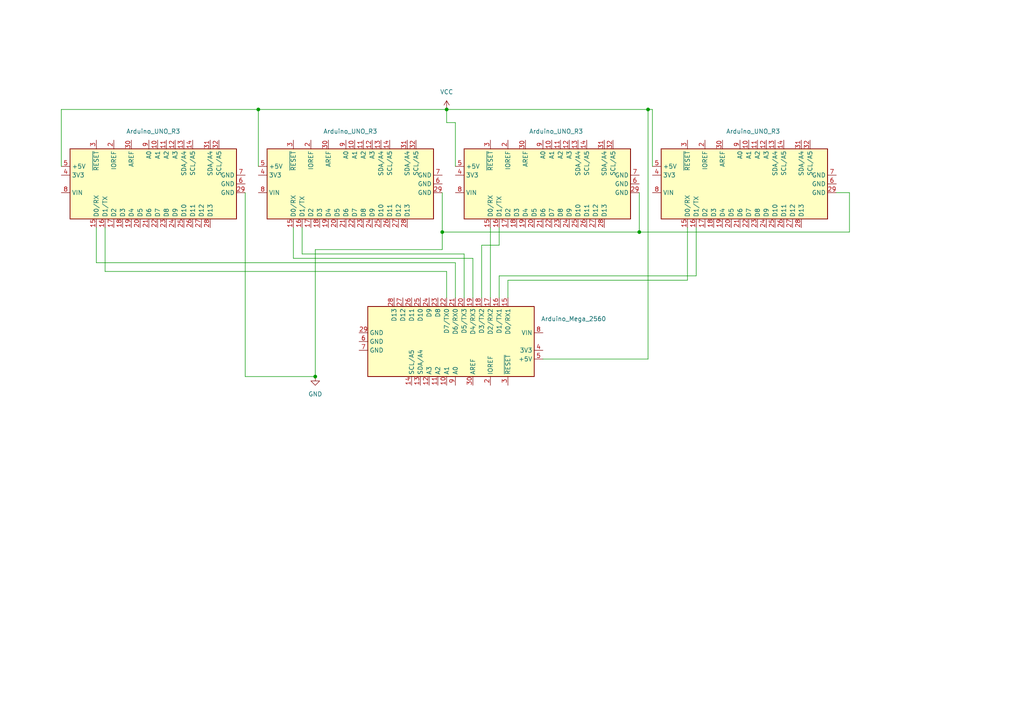
<source format=kicad_sch>
(kicad_sch (version 20211123) (generator eeschema)

  (uuid b5dbcdeb-14b3-4137-a7ad-eb1e23beb0ef)

  (paper "A4")

  (lib_symbols
    (symbol "MCU_Module:Arduino_Mega_2560" (in_bom yes) (on_board yes)
      (property "Reference" "A" (id 0) (at -10.16 23.495 0)
        (effects (font (size 1.27 1.27)) (justify left bottom))
      )
      (property "Value" "Arduino_Mega_2560" (id 1) (at 5.08 -26.67 0)
        (effects (font (size 1.27 1.27)) (justify left top))
      )
      (property "Footprint" "Module:Arduino_UNO_R2" (id 2) (at -43.18 10.16 0)
        (effects (font (size 1.27 1.27) italic) hide)
      )
      (property "Datasheet" "https://www.arduino.cc/en/Main/arduinoBoardUno" (id 3) (at -49.53 21.59 0)
        (effects (font (size 1.27 1.27)) hide)
      )
      (property "ki_keywords" "Arduino UNO R3 Microcontroller Module Atmel AVR USB" (id 4) (at 0 0 0)
        (effects (font (size 1.27 1.27)) hide)
      )
      (property "ki_description" "Arduino UNO Microcontroller Module, release 2" (id 5) (at 0 0 0)
        (effects (font (size 1.27 1.27)) hide)
      )
      (property "ki_fp_filters" "Arduino*UNO*R2*" (id 6) (at 0 0 0)
        (effects (font (size 1.27 1.27)) hide)
      )
      (symbol "Arduino_Mega_2560_0_1"
        (rectangle (start -10.16 22.86) (end 10.16 -25.4)
          (stroke (width 0.254) (type default) (color 0 0 0 0))
          (fill (type background))
        )
      )
      (symbol "Arduino_Mega_2560_1_1"
        (pin no_connect line (at -10.16 -20.32 0) (length 2.54) hide
          (name "NC" (effects (font (size 1.27 1.27))))
          (number "1" (effects (font (size 1.27 1.27))))
        )
        (pin bidirectional line (at 12.7 -2.54 180) (length 2.54)
          (name "A1" (effects (font (size 1.27 1.27))))
          (number "10" (effects (font (size 1.27 1.27))))
        )
        (pin bidirectional line (at 12.7 -5.08 180) (length 2.54)
          (name "A2" (effects (font (size 1.27 1.27))))
          (number "11" (effects (font (size 1.27 1.27))))
        )
        (pin bidirectional line (at 12.7 -7.62 180) (length 2.54)
          (name "A3" (effects (font (size 1.27 1.27))))
          (number "12" (effects (font (size 1.27 1.27))))
        )
        (pin bidirectional line (at 12.7 -10.16 180) (length 2.54)
          (name "SDA/A4" (effects (font (size 1.27 1.27))))
          (number "13" (effects (font (size 1.27 1.27))))
        )
        (pin bidirectional line (at 12.7 -12.7 180) (length 2.54)
          (name "SCL/A5" (effects (font (size 1.27 1.27))))
          (number "14" (effects (font (size 1.27 1.27))))
        )
        (pin bidirectional line (at -12.7 15.24 0) (length 2.54)
          (name "D0/RX1" (effects (font (size 1.27 1.27))))
          (number "15" (effects (font (size 1.27 1.27))))
        )
        (pin bidirectional line (at -12.7 12.7 0) (length 2.54)
          (name "D1/TX1" (effects (font (size 1.27 1.27))))
          (number "16" (effects (font (size 1.27 1.27))))
        )
        (pin bidirectional line (at -12.7 10.16 0) (length 2.54)
          (name "D2/RX2" (effects (font (size 1.27 1.27))))
          (number "17" (effects (font (size 1.27 1.27))))
        )
        (pin bidirectional line (at -12.7 7.62 0) (length 2.54)
          (name "D3/TX2" (effects (font (size 1.27 1.27))))
          (number "18" (effects (font (size 1.27 1.27))))
        )
        (pin bidirectional line (at -12.7 5.08 0) (length 2.54)
          (name "D4/RX3" (effects (font (size 1.27 1.27))))
          (number "19" (effects (font (size 1.27 1.27))))
        )
        (pin output line (at 12.7 10.16 180) (length 2.54)
          (name "IOREF" (effects (font (size 1.27 1.27))))
          (number "2" (effects (font (size 1.27 1.27))))
        )
        (pin bidirectional line (at -12.7 2.54 0) (length 2.54)
          (name "D5/TX3" (effects (font (size 1.27 1.27))))
          (number "20" (effects (font (size 1.27 1.27))))
        )
        (pin bidirectional line (at -12.7 0 0) (length 2.54)
          (name "D6/RX0" (effects (font (size 1.27 1.27))))
          (number "21" (effects (font (size 1.27 1.27))))
        )
        (pin bidirectional line (at -12.7 -2.54 0) (length 2.54)
          (name "D7/TX0" (effects (font (size 1.27 1.27))))
          (number "22" (effects (font (size 1.27 1.27))))
        )
        (pin bidirectional line (at -12.7 -5.08 0) (length 2.54)
          (name "D8" (effects (font (size 1.27 1.27))))
          (number "23" (effects (font (size 1.27 1.27))))
        )
        (pin bidirectional line (at -12.7 -7.62 0) (length 2.54)
          (name "D9" (effects (font (size 1.27 1.27))))
          (number "24" (effects (font (size 1.27 1.27))))
        )
        (pin bidirectional line (at -12.7 -10.16 0) (length 2.54)
          (name "D10" (effects (font (size 1.27 1.27))))
          (number "25" (effects (font (size 1.27 1.27))))
        )
        (pin bidirectional line (at -12.7 -12.7 0) (length 2.54)
          (name "D11" (effects (font (size 1.27 1.27))))
          (number "26" (effects (font (size 1.27 1.27))))
        )
        (pin bidirectional line (at -12.7 -15.24 0) (length 2.54)
          (name "D12" (effects (font (size 1.27 1.27))))
          (number "27" (effects (font (size 1.27 1.27))))
        )
        (pin bidirectional line (at -12.7 -17.78 0) (length 2.54)
          (name "D13" (effects (font (size 1.27 1.27))))
          (number "28" (effects (font (size 1.27 1.27))))
        )
        (pin power_in line (at -2.54 -27.94 90) (length 2.54)
          (name "GND" (effects (font (size 1.27 1.27))))
          (number "29" (effects (font (size 1.27 1.27))))
        )
        (pin input line (at 12.7 15.24 180) (length 2.54)
          (name "~{RESET}" (effects (font (size 1.27 1.27))))
          (number "3" (effects (font (size 1.27 1.27))))
        )
        (pin input line (at 12.7 5.08 180) (length 2.54)
          (name "AREF" (effects (font (size 1.27 1.27))))
          (number "30" (effects (font (size 1.27 1.27))))
        )
        (pin power_out line (at 2.54 25.4 270) (length 2.54)
          (name "3V3" (effects (font (size 1.27 1.27))))
          (number "4" (effects (font (size 1.27 1.27))))
        )
        (pin power_out line (at 5.08 25.4 270) (length 2.54)
          (name "+5V" (effects (font (size 1.27 1.27))))
          (number "5" (effects (font (size 1.27 1.27))))
        )
        (pin power_in line (at 0 -27.94 90) (length 2.54)
          (name "GND" (effects (font (size 1.27 1.27))))
          (number "6" (effects (font (size 1.27 1.27))))
        )
        (pin power_in line (at 2.54 -27.94 90) (length 2.54)
          (name "GND" (effects (font (size 1.27 1.27))))
          (number "7" (effects (font (size 1.27 1.27))))
        )
        (pin power_in line (at -2.54 25.4 270) (length 2.54)
          (name "VIN" (effects (font (size 1.27 1.27))))
          (number "8" (effects (font (size 1.27 1.27))))
        )
        (pin bidirectional line (at 12.7 0 180) (length 2.54)
          (name "A0" (effects (font (size 1.27 1.27))))
          (number "9" (effects (font (size 1.27 1.27))))
        )
      )
    )
    (symbol "MCU_Module:Arduino_UNO_R3" (in_bom yes) (on_board yes)
      (property "Reference" "A" (id 0) (at -10.16 23.495 0)
        (effects (font (size 1.27 1.27)) (justify left bottom))
      )
      (property "Value" "Arduino_UNO_R3" (id 1) (at 5.08 -26.67 0)
        (effects (font (size 1.27 1.27)) (justify left top))
      )
      (property "Footprint" "Module:Arduino_UNO_R3" (id 2) (at 0 0 0)
        (effects (font (size 1.27 1.27) italic) hide)
      )
      (property "Datasheet" "https://www.arduino.cc/en/Main/arduinoBoardUno" (id 3) (at 0 0 0)
        (effects (font (size 1.27 1.27)) hide)
      )
      (property "ki_keywords" "Arduino UNO R3 Microcontroller Module Atmel AVR USB" (id 4) (at 0 0 0)
        (effects (font (size 1.27 1.27)) hide)
      )
      (property "ki_description" "Arduino UNO Microcontroller Module, release 3" (id 5) (at 0 0 0)
        (effects (font (size 1.27 1.27)) hide)
      )
      (property "ki_fp_filters" "Arduino*UNO*R3*" (id 6) (at 0 0 0)
        (effects (font (size 1.27 1.27)) hide)
      )
      (symbol "Arduino_UNO_R3_0_1"
        (rectangle (start -10.16 22.86) (end 10.16 -25.4)
          (stroke (width 0.254) (type default) (color 0 0 0 0))
          (fill (type background))
        )
      )
      (symbol "Arduino_UNO_R3_1_1"
        (pin no_connect line (at -10.16 -20.32 0) (length 2.54) hide
          (name "NC" (effects (font (size 1.27 1.27))))
          (number "1" (effects (font (size 1.27 1.27))))
        )
        (pin bidirectional line (at 12.7 -2.54 180) (length 2.54)
          (name "A1" (effects (font (size 1.27 1.27))))
          (number "10" (effects (font (size 1.27 1.27))))
        )
        (pin bidirectional line (at 12.7 -5.08 180) (length 2.54)
          (name "A2" (effects (font (size 1.27 1.27))))
          (number "11" (effects (font (size 1.27 1.27))))
        )
        (pin bidirectional line (at 12.7 -7.62 180) (length 2.54)
          (name "A3" (effects (font (size 1.27 1.27))))
          (number "12" (effects (font (size 1.27 1.27))))
        )
        (pin bidirectional line (at 12.7 -10.16 180) (length 2.54)
          (name "SDA/A4" (effects (font (size 1.27 1.27))))
          (number "13" (effects (font (size 1.27 1.27))))
        )
        (pin bidirectional line (at 12.7 -12.7 180) (length 2.54)
          (name "SCL/A5" (effects (font (size 1.27 1.27))))
          (number "14" (effects (font (size 1.27 1.27))))
        )
        (pin bidirectional line (at -12.7 15.24 0) (length 2.54)
          (name "D0/RX" (effects (font (size 1.27 1.27))))
          (number "15" (effects (font (size 1.27 1.27))))
        )
        (pin bidirectional line (at -12.7 12.7 0) (length 2.54)
          (name "D1/TX" (effects (font (size 1.27 1.27))))
          (number "16" (effects (font (size 1.27 1.27))))
        )
        (pin bidirectional line (at -12.7 10.16 0) (length 2.54)
          (name "D2" (effects (font (size 1.27 1.27))))
          (number "17" (effects (font (size 1.27 1.27))))
        )
        (pin bidirectional line (at -12.7 7.62 0) (length 2.54)
          (name "D3" (effects (font (size 1.27 1.27))))
          (number "18" (effects (font (size 1.27 1.27))))
        )
        (pin bidirectional line (at -12.7 5.08 0) (length 2.54)
          (name "D4" (effects (font (size 1.27 1.27))))
          (number "19" (effects (font (size 1.27 1.27))))
        )
        (pin output line (at 12.7 10.16 180) (length 2.54)
          (name "IOREF" (effects (font (size 1.27 1.27))))
          (number "2" (effects (font (size 1.27 1.27))))
        )
        (pin bidirectional line (at -12.7 2.54 0) (length 2.54)
          (name "D5" (effects (font (size 1.27 1.27))))
          (number "20" (effects (font (size 1.27 1.27))))
        )
        (pin bidirectional line (at -12.7 0 0) (length 2.54)
          (name "D6" (effects (font (size 1.27 1.27))))
          (number "21" (effects (font (size 1.27 1.27))))
        )
        (pin bidirectional line (at -12.7 -2.54 0) (length 2.54)
          (name "D7" (effects (font (size 1.27 1.27))))
          (number "22" (effects (font (size 1.27 1.27))))
        )
        (pin bidirectional line (at -12.7 -5.08 0) (length 2.54)
          (name "D8" (effects (font (size 1.27 1.27))))
          (number "23" (effects (font (size 1.27 1.27))))
        )
        (pin bidirectional line (at -12.7 -7.62 0) (length 2.54)
          (name "D9" (effects (font (size 1.27 1.27))))
          (number "24" (effects (font (size 1.27 1.27))))
        )
        (pin bidirectional line (at -12.7 -10.16 0) (length 2.54)
          (name "D10" (effects (font (size 1.27 1.27))))
          (number "25" (effects (font (size 1.27 1.27))))
        )
        (pin bidirectional line (at -12.7 -12.7 0) (length 2.54)
          (name "D11" (effects (font (size 1.27 1.27))))
          (number "26" (effects (font (size 1.27 1.27))))
        )
        (pin bidirectional line (at -12.7 -15.24 0) (length 2.54)
          (name "D12" (effects (font (size 1.27 1.27))))
          (number "27" (effects (font (size 1.27 1.27))))
        )
        (pin bidirectional line (at -12.7 -17.78 0) (length 2.54)
          (name "D13" (effects (font (size 1.27 1.27))))
          (number "28" (effects (font (size 1.27 1.27))))
        )
        (pin power_in line (at -2.54 -27.94 90) (length 2.54)
          (name "GND" (effects (font (size 1.27 1.27))))
          (number "29" (effects (font (size 1.27 1.27))))
        )
        (pin input line (at 12.7 15.24 180) (length 2.54)
          (name "~{RESET}" (effects (font (size 1.27 1.27))))
          (number "3" (effects (font (size 1.27 1.27))))
        )
        (pin input line (at 12.7 5.08 180) (length 2.54)
          (name "AREF" (effects (font (size 1.27 1.27))))
          (number "30" (effects (font (size 1.27 1.27))))
        )
        (pin bidirectional line (at 12.7 -17.78 180) (length 2.54)
          (name "SDA/A4" (effects (font (size 1.27 1.27))))
          (number "31" (effects (font (size 1.27 1.27))))
        )
        (pin bidirectional line (at 12.7 -20.32 180) (length 2.54)
          (name "SCL/A5" (effects (font (size 1.27 1.27))))
          (number "32" (effects (font (size 1.27 1.27))))
        )
        (pin power_out line (at 2.54 25.4 270) (length 2.54)
          (name "3V3" (effects (font (size 1.27 1.27))))
          (number "4" (effects (font (size 1.27 1.27))))
        )
        (pin power_out line (at 5.08 25.4 270) (length 2.54)
          (name "+5V" (effects (font (size 1.27 1.27))))
          (number "5" (effects (font (size 1.27 1.27))))
        )
        (pin power_in line (at 0 -27.94 90) (length 2.54)
          (name "GND" (effects (font (size 1.27 1.27))))
          (number "6" (effects (font (size 1.27 1.27))))
        )
        (pin power_in line (at 2.54 -27.94 90) (length 2.54)
          (name "GND" (effects (font (size 1.27 1.27))))
          (number "7" (effects (font (size 1.27 1.27))))
        )
        (pin power_in line (at -2.54 25.4 270) (length 2.54)
          (name "VIN" (effects (font (size 1.27 1.27))))
          (number "8" (effects (font (size 1.27 1.27))))
        )
        (pin bidirectional line (at 12.7 0 180) (length 2.54)
          (name "A0" (effects (font (size 1.27 1.27))))
          (number "9" (effects (font (size 1.27 1.27))))
        )
      )
    )
    (symbol "power:GND" (power) (pin_names (offset 0)) (in_bom yes) (on_board yes)
      (property "Reference" "#PWR" (id 0) (at 0 -6.35 0)
        (effects (font (size 1.27 1.27)) hide)
      )
      (property "Value" "GND" (id 1) (at 0 -3.81 0)
        (effects (font (size 1.27 1.27)))
      )
      (property "Footprint" "" (id 2) (at 0 0 0)
        (effects (font (size 1.27 1.27)) hide)
      )
      (property "Datasheet" "" (id 3) (at 0 0 0)
        (effects (font (size 1.27 1.27)) hide)
      )
      (property "ki_keywords" "power-flag" (id 4) (at 0 0 0)
        (effects (font (size 1.27 1.27)) hide)
      )
      (property "ki_description" "Power symbol creates a global label with name \"GND\" , ground" (id 5) (at 0 0 0)
        (effects (font (size 1.27 1.27)) hide)
      )
      (symbol "GND_0_1"
        (polyline
          (pts
            (xy 0 0)
            (xy 0 -1.27)
            (xy 1.27 -1.27)
            (xy 0 -2.54)
            (xy -1.27 -1.27)
            (xy 0 -1.27)
          )
          (stroke (width 0) (type default) (color 0 0 0 0))
          (fill (type none))
        )
      )
      (symbol "GND_1_1"
        (pin power_in line (at 0 0 270) (length 0) hide
          (name "GND" (effects (font (size 1.27 1.27))))
          (number "1" (effects (font (size 1.27 1.27))))
        )
      )
    )
    (symbol "power:VCC" (power) (pin_names (offset 0)) (in_bom yes) (on_board yes)
      (property "Reference" "#PWR" (id 0) (at 0 -3.81 0)
        (effects (font (size 1.27 1.27)) hide)
      )
      (property "Value" "VCC" (id 1) (at 0 3.81 0)
        (effects (font (size 1.27 1.27)))
      )
      (property "Footprint" "" (id 2) (at 0 0 0)
        (effects (font (size 1.27 1.27)) hide)
      )
      (property "Datasheet" "" (id 3) (at 0 0 0)
        (effects (font (size 1.27 1.27)) hide)
      )
      (property "ki_keywords" "power-flag" (id 4) (at 0 0 0)
        (effects (font (size 1.27 1.27)) hide)
      )
      (property "ki_description" "Power symbol creates a global label with name \"VCC\"" (id 5) (at 0 0 0)
        (effects (font (size 1.27 1.27)) hide)
      )
      (symbol "VCC_0_1"
        (polyline
          (pts
            (xy -0.762 1.27)
            (xy 0 2.54)
          )
          (stroke (width 0) (type default) (color 0 0 0 0))
          (fill (type none))
        )
        (polyline
          (pts
            (xy 0 0)
            (xy 0 2.54)
          )
          (stroke (width 0) (type default) (color 0 0 0 0))
          (fill (type none))
        )
        (polyline
          (pts
            (xy 0 2.54)
            (xy 0.762 1.27)
          )
          (stroke (width 0) (type default) (color 0 0 0 0))
          (fill (type none))
        )
      )
      (symbol "VCC_1_1"
        (pin power_in line (at 0 0 90) (length 0) hide
          (name "VCC" (effects (font (size 1.27 1.27))))
          (number "1" (effects (font (size 1.27 1.27))))
        )
      )
    )
  )

  (junction (at 185.42 67.31) (diameter 0) (color 0 0 0 0)
    (uuid 5c198fda-bd3a-4225-8f9e-b30eed1a9276)
  )
  (junction (at 129.54 31.75) (diameter 0) (color 0 0 0 0)
    (uuid 744e078c-5884-41a6-9b3c-c125b276e222)
  )
  (junction (at 187.96 31.75) (diameter 0) (color 0 0 0 0)
    (uuid 92b01a2b-c5ef-44a4-be7a-2cb8b4e24bcc)
  )
  (junction (at 74.93 31.75) (diameter 0) (color 0 0 0 0)
    (uuid aceab6f1-136c-4ecd-b345-0d93c3cd1d30)
  )
  (junction (at 91.44 109.22) (diameter 0) (color 0 0 0 0)
    (uuid bd9ed11e-c745-4a12-b90d-8a054c7fe202)
  )
  (junction (at 128.27 67.31) (diameter 0) (color 0 0 0 0)
    (uuid f877585c-4c2e-4a79-82dd-ea7872844087)
  )

  (wire (pts (xy 144.78 66.04) (xy 144.78 71.12))
    (stroke (width 0) (type default) (color 0 0 0 0))
    (uuid 02278520-ee03-4ef3-9715-780145cbcf52)
  )
  (wire (pts (xy 91.44 72.39) (xy 91.44 109.22))
    (stroke (width 0) (type default) (color 0 0 0 0))
    (uuid 0bce7fc6-a015-4873-a44e-07e7e9e49513)
  )
  (wire (pts (xy 71.12 55.88) (xy 71.12 109.22))
    (stroke (width 0) (type default) (color 0 0 0 0))
    (uuid 10d4fb2d-26af-40ea-a0e9-bcccfd573770)
  )
  (wire (pts (xy 71.12 109.22) (xy 91.44 109.22))
    (stroke (width 0) (type default) (color 0 0 0 0))
    (uuid 19f29b4f-50d7-4c5e-8eda-86034ab13e5f)
  )
  (wire (pts (xy 144.78 80.01) (xy 144.78 86.36))
    (stroke (width 0) (type default) (color 0 0 0 0))
    (uuid 1f831a65-5a71-4fb5-8854-1438b398dfb4)
  )
  (wire (pts (xy 144.78 71.12) (xy 139.7 71.12))
    (stroke (width 0) (type default) (color 0 0 0 0))
    (uuid 271b637c-9e49-4003-9171-d3fc17dffc7e)
  )
  (wire (pts (xy 128.27 72.39) (xy 91.44 72.39))
    (stroke (width 0) (type default) (color 0 0 0 0))
    (uuid 27e33211-baa8-4234-976f-e72ed7397691)
  )
  (wire (pts (xy 87.63 73.66) (xy 134.62 73.66))
    (stroke (width 0) (type default) (color 0 0 0 0))
    (uuid 29438bd4-ae87-4d55-b830-999a79acda56)
  )
  (wire (pts (xy 189.23 48.26) (xy 189.23 31.75))
    (stroke (width 0) (type default) (color 0 0 0 0))
    (uuid 2b76a606-80da-4940-b9f7-94f832b326e5)
  )
  (wire (pts (xy 201.93 66.04) (xy 201.93 80.01))
    (stroke (width 0) (type default) (color 0 0 0 0))
    (uuid 3ed981f7-c2d7-4be5-bbe9-5690b8f10395)
  )
  (wire (pts (xy 27.94 66.04) (xy 27.94 76.2))
    (stroke (width 0) (type default) (color 0 0 0 0))
    (uuid 43327b08-a419-44de-ae88-80a6a463c5bb)
  )
  (wire (pts (xy 132.08 76.2) (xy 132.08 86.36))
    (stroke (width 0) (type default) (color 0 0 0 0))
    (uuid 474c1e56-41fb-4e0d-9263-f3225926714b)
  )
  (wire (pts (xy 129.54 35.56) (xy 129.54 31.75))
    (stroke (width 0) (type default) (color 0 0 0 0))
    (uuid 483455f5-4a97-4aac-b318-21badf186c4c)
  )
  (wire (pts (xy 74.93 31.75) (xy 129.54 31.75))
    (stroke (width 0) (type default) (color 0 0 0 0))
    (uuid 4a760072-61b5-43ff-8bb7-acd9e659b8d3)
  )
  (wire (pts (xy 187.96 104.14) (xy 187.96 31.75))
    (stroke (width 0) (type default) (color 0 0 0 0))
    (uuid 4a8b1d5f-9c94-4ca9-931b-971d08f20516)
  )
  (wire (pts (xy 85.09 74.93) (xy 137.16 74.93))
    (stroke (width 0) (type default) (color 0 0 0 0))
    (uuid 4d511510-3b9a-48e5-a60d-5948f564d1f4)
  )
  (wire (pts (xy 246.38 55.88) (xy 246.38 67.31))
    (stroke (width 0) (type default) (color 0 0 0 0))
    (uuid 55baf6f6-4bac-4d52-9b51-e90688de7ef7)
  )
  (wire (pts (xy 199.39 81.28) (xy 147.32 81.28))
    (stroke (width 0) (type default) (color 0 0 0 0))
    (uuid 6e0f2a90-84c8-42c2-a131-e571739425a8)
  )
  (wire (pts (xy 147.32 81.28) (xy 147.32 86.36))
    (stroke (width 0) (type default) (color 0 0 0 0))
    (uuid 797a181b-2cf9-45c6-8064-555da2cc2db6)
  )
  (wire (pts (xy 27.94 76.2) (xy 132.08 76.2))
    (stroke (width 0) (type default) (color 0 0 0 0))
    (uuid 7c4b652a-e3cd-4ef7-9d93-0447d05d4b95)
  )
  (wire (pts (xy 137.16 74.93) (xy 137.16 86.36))
    (stroke (width 0) (type default) (color 0 0 0 0))
    (uuid 7e25a293-d703-4058-9e6d-53fb1b513587)
  )
  (wire (pts (xy 17.78 31.75) (xy 74.93 31.75))
    (stroke (width 0) (type default) (color 0 0 0 0))
    (uuid 86da5437-891c-4a45-a589-a9bbe2713ee8)
  )
  (wire (pts (xy 199.39 66.04) (xy 199.39 81.28))
    (stroke (width 0) (type default) (color 0 0 0 0))
    (uuid 86f76467-600a-4928-8c52-ea489a91faa6)
  )
  (wire (pts (xy 30.48 78.74) (xy 129.54 78.74))
    (stroke (width 0) (type default) (color 0 0 0 0))
    (uuid 895582b2-d181-4c6f-a88e-ea517ad019dd)
  )
  (wire (pts (xy 134.62 73.66) (xy 134.62 86.36))
    (stroke (width 0) (type default) (color 0 0 0 0))
    (uuid 912a7ff6-6e27-478f-93fb-9d86992ad412)
  )
  (wire (pts (xy 74.93 48.26) (xy 74.93 31.75))
    (stroke (width 0) (type default) (color 0 0 0 0))
    (uuid 96331ba0-8719-4f17-9a52-f17c82e0b9a8)
  )
  (wire (pts (xy 129.54 78.74) (xy 129.54 86.36))
    (stroke (width 0) (type default) (color 0 0 0 0))
    (uuid 991aeffb-3e1c-4536-b0f1-0a1e54310ba1)
  )
  (wire (pts (xy 142.24 66.04) (xy 142.24 86.36))
    (stroke (width 0) (type default) (color 0 0 0 0))
    (uuid 9cd93624-a5ff-49d6-8bb7-65159accf609)
  )
  (wire (pts (xy 246.38 67.31) (xy 185.42 67.31))
    (stroke (width 0) (type default) (color 0 0 0 0))
    (uuid 9e4ceaba-759e-4259-a5d7-fcd85b8dcaac)
  )
  (wire (pts (xy 201.93 80.01) (xy 144.78 80.01))
    (stroke (width 0) (type default) (color 0 0 0 0))
    (uuid a629f77c-5b94-4318-be62-00ec24bd4686)
  )
  (wire (pts (xy 132.08 48.26) (xy 132.08 35.56))
    (stroke (width 0) (type default) (color 0 0 0 0))
    (uuid a89cf0af-0543-4dec-9593-e55dc82b5b8f)
  )
  (wire (pts (xy 185.42 55.88) (xy 185.42 67.31))
    (stroke (width 0) (type default) (color 0 0 0 0))
    (uuid b182c077-a066-4278-ac95-d30675d2def6)
  )
  (wire (pts (xy 242.57 55.88) (xy 246.38 55.88))
    (stroke (width 0) (type default) (color 0 0 0 0))
    (uuid b823342d-8263-47f1-8af1-a160b0b453af)
  )
  (wire (pts (xy 85.09 66.04) (xy 85.09 74.93))
    (stroke (width 0) (type default) (color 0 0 0 0))
    (uuid ba2f2e89-3dae-42c6-9a6d-732a1685d5f9)
  )
  (wire (pts (xy 187.96 31.75) (xy 129.54 31.75))
    (stroke (width 0) (type default) (color 0 0 0 0))
    (uuid bd72a7a8-d74e-4542-8081-c371c8e47959)
  )
  (wire (pts (xy 157.48 104.14) (xy 187.96 104.14))
    (stroke (width 0) (type default) (color 0 0 0 0))
    (uuid c44ea5ab-ced7-4433-9da8-fc6e29d25303)
  )
  (wire (pts (xy 128.27 67.31) (xy 128.27 72.39))
    (stroke (width 0) (type default) (color 0 0 0 0))
    (uuid c755c90d-a98d-46e3-a6e5-71cc5cc20177)
  )
  (wire (pts (xy 189.23 31.75) (xy 187.96 31.75))
    (stroke (width 0) (type default) (color 0 0 0 0))
    (uuid c940c453-5123-4bfb-9a75-cae168b9eb26)
  )
  (wire (pts (xy 87.63 66.04) (xy 87.63 73.66))
    (stroke (width 0) (type default) (color 0 0 0 0))
    (uuid d16fa1ea-ece5-4b4d-b876-3a5624914009)
  )
  (wire (pts (xy 17.78 48.26) (xy 17.78 31.75))
    (stroke (width 0) (type default) (color 0 0 0 0))
    (uuid df1afcef-ddcf-4a74-8a6f-434203bd6109)
  )
  (wire (pts (xy 30.48 66.04) (xy 30.48 78.74))
    (stroke (width 0) (type default) (color 0 0 0 0))
    (uuid ecdbb080-c88f-437b-9b81-136c358ed156)
  )
  (wire (pts (xy 132.08 35.56) (xy 129.54 35.56))
    (stroke (width 0) (type default) (color 0 0 0 0))
    (uuid f006b7c4-ac82-40e1-b01c-02c3b43f827d)
  )
  (wire (pts (xy 128.27 55.88) (xy 128.27 67.31))
    (stroke (width 0) (type default) (color 0 0 0 0))
    (uuid fbc6eb3e-8f3f-492a-8321-47c6bef3c575)
  )
  (wire (pts (xy 139.7 71.12) (xy 139.7 86.36))
    (stroke (width 0) (type default) (color 0 0 0 0))
    (uuid fcb480dd-e8e0-4101-8507-e2b27949bfe9)
  )
  (wire (pts (xy 185.42 67.31) (xy 128.27 67.31))
    (stroke (width 0) (type default) (color 0 0 0 0))
    (uuid fee5a3f4-80f8-437f-8395-4593611bbf60)
  )

  (symbol (lib_id "power:GND") (at 91.44 109.22 0) (unit 1)
    (in_bom yes) (on_board yes) (fields_autoplaced)
    (uuid 086d60ae-944a-42b5-82e7-67e53b1a56a0)
    (property "Reference" "#PWR?" (id 0) (at 91.44 115.57 0)
      (effects (font (size 1.27 1.27)) hide)
    )
    (property "Value" "GND" (id 1) (at 91.44 114.3 0))
    (property "Footprint" "" (id 2) (at 91.44 109.22 0)
      (effects (font (size 1.27 1.27)) hide)
    )
    (property "Datasheet" "" (id 3) (at 91.44 109.22 0)
      (effects (font (size 1.27 1.27)) hide)
    )
    (pin "1" (uuid 8053dcb4-caab-46de-81e8-d2a3dda6f4a5))
  )

  (symbol (lib_id "MCU_Module:Arduino_Mega_2560") (at 132.08 99.06 270) (unit 1)
    (in_bom yes) (on_board yes) (fields_autoplaced)
    (uuid 34a8fc1c-52e3-4426-ac39-6a2e99eb7164)
    (property "Reference" "A?" (id 0) (at 166.37 89.9412 90)
      (effects (font (size 1.27 1.27)) hide)
    )
    (property "Value" "Arduino_Mega_2560" (id 1) (at 166.37 92.4812 90))
    (property "Footprint" "Module:Arduino_UNO_R2" (id 2) (at 142.24 55.88 0)
      (effects (font (size 1.27 1.27) italic) hide)
    )
    (property "Datasheet" "https://www.arduino.cc/en/Main/arduinoBoardUno" (id 3) (at 153.67 49.53 0)
      (effects (font (size 1.27 1.27)) hide)
    )
    (pin "1" (uuid d6e9c2b8-903a-41cf-a5dc-9168953e57ec))
    (pin "10" (uuid 895d9934-3cc7-4faa-9125-6549ed111f4c))
    (pin "11" (uuid 7b498afe-b8fa-44d5-8a6b-8770da5aa31e))
    (pin "12" (uuid 65cc002a-ec9e-4168-aa2a-c712cab72d46))
    (pin "13" (uuid f482278c-2343-4152-955e-8dc38eaa3d5e))
    (pin "14" (uuid 01f74027-000f-418b-ba03-6b0b0ec76179))
    (pin "15" (uuid be39266e-b7cf-4845-9fb3-44b6be67bddb))
    (pin "16" (uuid 224be042-3cd7-4c68-a8e7-2a0ef6e9831b))
    (pin "17" (uuid 88124999-34f9-44b8-9ab0-683ca35996b2))
    (pin "18" (uuid 8a4f3fe4-3c9d-4432-a3bb-314a8cb46d9b))
    (pin "19" (uuid 4138b52e-c077-4c81-84c7-3b91897b6fdc))
    (pin "2" (uuid b2e01ecc-a23f-4502-b19f-8b20e6f11098))
    (pin "20" (uuid 1d6d75ab-dff8-455e-9315-aba5f443356f))
    (pin "21" (uuid 1e3266b9-2335-4ea2-9aba-2800efbe8e3c))
    (pin "22" (uuid faec299c-0fe7-4efc-a244-9021a01456b5))
    (pin "23" (uuid 2385643f-55dd-4c24-ae78-ba46e49e8f0b))
    (pin "24" (uuid eb9bf999-d946-46c8-8f8c-fcfffaa64930))
    (pin "25" (uuid 417d4a33-0ab5-4040-bb03-be8149f55dcb))
    (pin "26" (uuid 44c782dc-3436-427d-9146-3f0844d1fb0f))
    (pin "27" (uuid 40a00448-a827-4bf0-b5f1-cd3c7c96f196))
    (pin "28" (uuid 26c94204-d8d2-4308-a56d-57c24d82fab7))
    (pin "29" (uuid 1a452cfb-16a6-4d6e-9035-4346f6563356))
    (pin "3" (uuid 26cf9b41-cade-4f4b-8aaf-34d44c5e67bb))
    (pin "30" (uuid cb1b2022-a83a-4575-85ba-dec98916466b))
    (pin "4" (uuid 3fba0bed-5e2b-4f4c-a808-e476b96d0878))
    (pin "5" (uuid 64e90322-be12-44be-8ae9-084f3e5dfff3))
    (pin "6" (uuid bc5d83de-b060-4702-83b4-33c7075f68bc))
    (pin "7" (uuid bf03beb1-2dff-4c8a-bc46-376e8d2b3971))
    (pin "8" (uuid 72dcd539-406b-4c4a-baab-77e17d4050b5))
    (pin "9" (uuid 68002187-1136-4bd4-9fd6-1835dec049b2))
  )

  (symbol (lib_id "power:VCC") (at 129.54 31.75 0) (unit 1)
    (in_bom yes) (on_board yes) (fields_autoplaced)
    (uuid 970a12c0-7f3f-4104-90bd-cad6d73782b8)
    (property "Reference" "#PWR?" (id 0) (at 129.54 35.56 0)
      (effects (font (size 1.27 1.27)) hide)
    )
    (property "Value" "VCC" (id 1) (at 129.54 26.67 0))
    (property "Footprint" "" (id 2) (at 129.54 31.75 0)
      (effects (font (size 1.27 1.27)) hide)
    )
    (property "Datasheet" "" (id 3) (at 129.54 31.75 0)
      (effects (font (size 1.27 1.27)) hide)
    )
    (pin "1" (uuid efcaa8b9-f3ec-47e9-8696-f7bf8af1c336))
  )

  (symbol (lib_id "MCU_Module:Arduino_UNO_R3") (at 100.33 53.34 90) (unit 1)
    (in_bom yes) (on_board yes)
    (uuid a31c4161-e4a5-4642-a873-142fb265467c)
    (property "Reference" "A?" (id 0) (at 68.58 62.4588 90)
      (effects (font (size 1.27 1.27)) hide)
    )
    (property "Value" "Arduino_UNO_R3" (id 1) (at 101.6 38.1 90))
    (property "Footprint" "Module:Arduino_UNO_R3" (id 2) (at 100.33 53.34 0)
      (effects (font (size 1.27 1.27) italic) hide)
    )
    (property "Datasheet" "https://www.arduino.cc/en/Main/arduinoBoardUno" (id 3) (at 100.33 53.34 0)
      (effects (font (size 1.27 1.27)) hide)
    )
    (pin "1" (uuid 12c575b9-ed81-4d43-b88e-05235956ff01))
    (pin "10" (uuid 9649c1d1-0c53-498a-8e07-477ac9c71e39))
    (pin "11" (uuid d612d2ee-efb2-4a76-8ee2-36d6194332e2))
    (pin "12" (uuid 000fae9a-b67e-42aa-8a4d-b4bc16c4dd27))
    (pin "13" (uuid e6fdaffe-cde4-4ca6-813a-62ff39b51fd7))
    (pin "14" (uuid 28e2cde4-049c-40d5-8995-aad3a05b0997))
    (pin "15" (uuid 722e9ea0-37cf-403f-8ee6-6c272b4012e2))
    (pin "16" (uuid 4f060159-a141-49b0-80a6-f25b48070631))
    (pin "17" (uuid 23236245-16df-40f1-857c-75538aaedf6b))
    (pin "18" (uuid a6c3e124-320a-4851-8d30-c0f873cc69fc))
    (pin "19" (uuid f1f91b5e-409a-45d9-90e8-9fa05d1eeed7))
    (pin "2" (uuid 1bab6dfd-f486-42c1-9ed2-0700082c7367))
    (pin "20" (uuid b3a4ffc7-b49c-4282-9acf-32db1480a635))
    (pin "21" (uuid 911b5ecc-acb2-4ba8-a2fa-d7a4150d23f9))
    (pin "22" (uuid 70a6261f-c1be-48e8-ab3c-292bb7671442))
    (pin "23" (uuid 035c4ace-ebf2-426f-90e8-12740595ecf0))
    (pin "24" (uuid b72352e1-705d-46e7-9d1d-b6b3808af39a))
    (pin "25" (uuid 16489a38-7c8c-4d6b-afbf-e80c6d33bf28))
    (pin "26" (uuid e633a713-9b75-467b-86b1-d7993b9f49e3))
    (pin "27" (uuid b164041f-e32e-493c-9688-da0837b8e1ec))
    (pin "28" (uuid c9a29746-becf-4745-9486-d6cf928989c9))
    (pin "29" (uuid ee644c81-23ba-4d69-85e0-66b6e61ede40))
    (pin "3" (uuid db8e0b04-79ad-4234-9c2b-adcb2bc6939d))
    (pin "30" (uuid a3bcf70c-b0a2-4eb3-9a90-36fe0c5b7deb))
    (pin "31" (uuid 5d6bf893-a8bd-4dfe-b3f8-c62a7db05ebf))
    (pin "32" (uuid 946cedcc-a0bc-48c1-940a-080bbacc3fa1))
    (pin "4" (uuid 2f18059d-85b5-4395-83df-dd1a75c95359))
    (pin "5" (uuid e42ec335-5a94-46f2-8f1b-7835a3a80aff))
    (pin "6" (uuid dca05689-e1ca-42ca-a88f-8923583d8b61))
    (pin "7" (uuid b46d3170-7f9f-407f-9bf2-78d6e55d0927))
    (pin "8" (uuid 7c400086-4ac1-49d9-ab70-73e15d150d69))
    (pin "9" (uuid a13f7679-a232-4991-ae5d-c4d594f21b96))
  )

  (symbol (lib_id "MCU_Module:Arduino_UNO_R3") (at 214.63 53.34 90) (unit 1)
    (in_bom yes) (on_board yes)
    (uuid af1fe5e5-e5b2-48f7-8537-6a9777fa2a70)
    (property "Reference" "A?" (id 0) (at 248.92 44.9705 90)
      (effects (font (size 1.27 1.27)) hide)
    )
    (property "Value" "Arduino_UNO_R3" (id 1) (at 218.44 38.1 90))
    (property "Footprint" "Module:Arduino_UNO_R3" (id 2) (at 214.63 53.34 0)
      (effects (font (size 1.27 1.27) italic) hide)
    )
    (property "Datasheet" "https://www.arduino.cc/en/Main/arduinoBoardUno" (id 3) (at 214.63 53.34 0)
      (effects (font (size 1.27 1.27)) hide)
    )
    (pin "1" (uuid ceb7d5c4-896f-47df-a8be-a4bc9d8e0959))
    (pin "10" (uuid 963630a3-4677-4b16-ab7d-363c6258706f))
    (pin "11" (uuid d698d95b-220a-4ab6-b1e6-0f5fa66bdbd8))
    (pin "12" (uuid 31ca03cc-de3f-4c9b-af4b-2ddd0983105e))
    (pin "13" (uuid f7eb80dd-be46-478c-b93d-efcbdcc15fe1))
    (pin "14" (uuid 35496f90-31bb-4eb3-a1b1-5abfa60f436e))
    (pin "15" (uuid 8e5ff151-58e8-492c-bc67-323438813614))
    (pin "16" (uuid 38d735e1-6815-4625-99eb-a2c84b77deaa))
    (pin "17" (uuid adef9785-71eb-4f6b-81da-2faf2eee52f0))
    (pin "18" (uuid ae3a4829-d099-49ed-aba6-e057d0ba13fc))
    (pin "19" (uuid 4950b1aa-ac9c-4a6c-a8d4-74942e1c7f86))
    (pin "2" (uuid 9e07d6a8-7084-48f1-bfc2-03d887a1722d))
    (pin "20" (uuid 658d8912-e655-48f9-9b8b-47e44558cb9b))
    (pin "21" (uuid b71394d6-f47d-400b-b991-099946b218dd))
    (pin "22" (uuid ecef8b35-f2e7-4d97-ba2e-5d4639c1f746))
    (pin "23" (uuid 02adda11-5e10-4cee-baf3-45ee60400bf7))
    (pin "24" (uuid 2bc44c71-f6e3-41b8-88c0-5e717aa97fb9))
    (pin "25" (uuid 394d3d08-46e4-4e9a-9b14-230c667627b8))
    (pin "26" (uuid 26cf5aa5-d879-41a3-857b-a452a543f500))
    (pin "27" (uuid 08c02d67-1381-4062-a9b7-9ce2e7861553))
    (pin "28" (uuid 73f9e0f2-75f1-4eac-b7e9-c8f647f9bf3d))
    (pin "29" (uuid d95abe8d-c7bc-411d-ad80-0489302069ab))
    (pin "3" (uuid fc00d7aa-7a89-4c2a-b189-7b3c6945fbcc))
    (pin "30" (uuid 7866f818-8708-4377-9da4-e0cafe9304f6))
    (pin "31" (uuid f7e94d10-ce8e-417f-9065-b797ae6de68b))
    (pin "32" (uuid 646b8ed0-76dd-4b26-afbf-f041a26b92ee))
    (pin "4" (uuid 58ba384f-bee0-4c84-8470-22cd1412d658))
    (pin "5" (uuid 9717f4a8-4162-41ef-9159-a1a3db9c975f))
    (pin "6" (uuid 9015e16d-0b63-4e91-ba9d-158b6992aea8))
    (pin "7" (uuid 269ef5d1-f4b6-4952-a386-46931aa75391))
    (pin "8" (uuid 03557a6c-c1a7-4353-bdf1-ec7fcb848088))
    (pin "9" (uuid 5266337f-a743-42fc-9209-60d5edb39725))
  )

  (symbol (lib_id "MCU_Module:Arduino_UNO_R3") (at 157.48 53.34 90) (unit 1)
    (in_bom yes) (on_board yes)
    (uuid ceecf0a8-b9e0-40b7-90ac-b54f515c6a28)
    (property "Reference" "A?" (id 0) (at 191.77 44.9705 90)
      (effects (font (size 1.27 1.27)) hide)
    )
    (property "Value" "Arduino_UNO_R3" (id 1) (at 161.29 38.1 90))
    (property "Footprint" "Module:Arduino_UNO_R3" (id 2) (at 157.48 53.34 0)
      (effects (font (size 1.27 1.27) italic) hide)
    )
    (property "Datasheet" "https://www.arduino.cc/en/Main/arduinoBoardUno" (id 3) (at 157.48 53.34 0)
      (effects (font (size 1.27 1.27)) hide)
    )
    (pin "1" (uuid 2a395400-263d-4c9a-880a-c9dd54d62566))
    (pin "10" (uuid 8133ead6-a8d6-4a32-9a5d-66b9da50ff63))
    (pin "11" (uuid 81e53c9b-2276-47ba-b169-138a672755b5))
    (pin "12" (uuid 9d1c7975-20df-477e-81a0-6f1753f66bc4))
    (pin "13" (uuid f9f6ba79-61af-4d21-94c7-9e400ab02eb8))
    (pin "14" (uuid dd6a2cde-1ef2-4567-8d09-7ff6fc230488))
    (pin "15" (uuid e59ffbae-41a4-478d-b94e-0b9776751d86))
    (pin "16" (uuid ee7e52a1-4ff4-4dfd-8683-7a70532686c1))
    (pin "17" (uuid 5c02fb5a-afda-4292-9cf2-917d6a7cdea5))
    (pin "18" (uuid 88e7f062-c2f8-4752-bda2-461d45a7a676))
    (pin "19" (uuid 8f088eee-8dd4-4854-94df-1e91b51e0971))
    (pin "2" (uuid 5c02bd66-0806-4e37-b20f-309ba817d1ae))
    (pin "20" (uuid ec30c0dd-3357-4bb7-9b79-7712d77d95ae))
    (pin "21" (uuid 3fd40f24-6b1a-4fe6-bbf5-0def247fe202))
    (pin "22" (uuid 5a8bc8ee-2951-429b-8622-68aedf33575a))
    (pin "23" (uuid f6fb7fbc-0eba-4dd8-a28f-3306b7218bc2))
    (pin "24" (uuid d9642e3f-2420-493d-bf70-0a271598939f))
    (pin "25" (uuid edf0341b-9bf4-4776-b5af-f06c57e7d040))
    (pin "26" (uuid 146af01b-ffc9-4654-8a8b-d316583da2ea))
    (pin "27" (uuid ce87ac7f-6e21-4cbb-9641-2c3990ffbceb))
    (pin "28" (uuid a12c3c1f-bce3-4bb9-8b73-0177817f3959))
    (pin "29" (uuid e612643a-9484-4c53-8447-c99e1511559b))
    (pin "3" (uuid 4c56ea95-f7cb-4a5d-8804-631e49206dbb))
    (pin "30" (uuid d5df0900-fc7d-4e99-9b36-ec9b40c55998))
    (pin "31" (uuid 1d5f1c6e-ddf0-4808-b8dd-1061749d367d))
    (pin "32" (uuid b4668cd9-c683-43e9-8a68-3e46cb686a11))
    (pin "4" (uuid 1ab8a963-7e3d-4cf8-b807-65d0bb7a99b3))
    (pin "5" (uuid dfd58319-d626-45e1-b605-7390059d1f34))
    (pin "6" (uuid 4ac70fa3-5685-4c16-9478-035602fd96af))
    (pin "7" (uuid 8dcc47b2-8286-4c1e-a4fc-f49a579d7e74))
    (pin "8" (uuid 0068b464-c656-4c5c-9036-384ad6b49d41))
    (pin "9" (uuid 4202a28a-041f-404d-9a25-bfb11de07eb5))
  )

  (symbol (lib_id "MCU_Module:Arduino_UNO_R3") (at 43.18 53.34 90) (unit 1)
    (in_bom yes) (on_board yes)
    (uuid ff4f4554-1d5f-4800-a8c8-ef536da547ba)
    (property "Reference" "A?" (id 0) (at 77.47 44.9705 90)
      (effects (font (size 1.27 1.27)) hide)
    )
    (property "Value" "Arduino_UNO_R3" (id 1) (at 44.45 38.1 90))
    (property "Footprint" "Module:Arduino_UNO_R3" (id 2) (at 43.18 53.34 0)
      (effects (font (size 1.27 1.27) italic) hide)
    )
    (property "Datasheet" "https://www.arduino.cc/en/Main/arduinoBoardUno" (id 3) (at 43.18 53.34 0)
      (effects (font (size 1.27 1.27)) hide)
    )
    (pin "1" (uuid 636561c0-01a0-40c4-bbeb-33ec977159f8))
    (pin "10" (uuid 0e02221e-3203-4fb3-b899-d3cf2f8c9d27))
    (pin "11" (uuid 39761261-f61c-491d-a6e7-531aea8aeda6))
    (pin "12" (uuid 68225c71-f8c0-4e42-b732-ae45b3aeba50))
    (pin "13" (uuid 4efb3109-372e-4706-b965-9ce98e4e3c26))
    (pin "14" (uuid c7453010-f3f5-4b16-a891-61bba5b77850))
    (pin "15" (uuid dbc32b14-3b93-4277-8c25-35f025d5a530))
    (pin "16" (uuid 1e1d8bef-173a-44ed-849f-d051d7dafe8b))
    (pin "17" (uuid 7ebbacdd-90bf-4f57-b384-e4a4975bc227))
    (pin "18" (uuid b4bf527f-fb38-4cfc-8b49-b3e505a06b27))
    (pin "19" (uuid b24f19b0-d078-4804-8994-1723bc25c52f))
    (pin "2" (uuid 3640f065-42bd-447f-9e81-c63452cafe79))
    (pin "20" (uuid 598b7d44-248f-473b-a52d-8474dfd2c4d9))
    (pin "21" (uuid e4dcf4a0-2769-4e4d-86d1-bca39d59fb23))
    (pin "22" (uuid 03c7fe88-ff57-4a9f-bead-7e0efe8e8efd))
    (pin "23" (uuid efa8e54a-5333-4364-9514-f82dcf9a879d))
    (pin "24" (uuid e0199e26-b919-4e38-92e6-06b6bea3d1fc))
    (pin "25" (uuid 7a12eaab-0084-495a-9666-93cb7b6526e1))
    (pin "26" (uuid f7cfbe82-6e0a-486c-9470-5b6b4605beeb))
    (pin "27" (uuid dd10e280-eb66-4fe8-899d-91800a7ee594))
    (pin "28" (uuid 0a04a30f-ff05-45f2-a10b-8ac03cb0af3f))
    (pin "29" (uuid 69d96555-285f-4065-9c7a-9ab2d4aab889))
    (pin "3" (uuid cf25e305-46e1-4d49-a8c1-6eca575a74f4))
    (pin "30" (uuid 8302855b-9d40-4420-8084-b57de0d58057))
    (pin "31" (uuid cd3720c2-1b33-49f3-b247-e4f72b3a8a30))
    (pin "32" (uuid 196a0f76-d4d6-4f63-ab87-1c401611e532))
    (pin "4" (uuid e367b044-31ba-4a4d-bdfd-ca31f4a4c09d))
    (pin "5" (uuid 7bb279d1-e58c-47ce-a31e-33a30d792e60))
    (pin "6" (uuid 6e0842d3-25e9-4e6b-bd74-d5b97164a012))
    (pin "7" (uuid 5415c8a3-3c38-4c67-9542-fd0c9ad524d9))
    (pin "8" (uuid e5db2d50-c066-42e1-af0f-b8ca8e3c6596))
    (pin "9" (uuid 0a7f1f58-cc35-4417-9614-a31d7dbf4edd))
  )

  (sheet_instances
    (path "/" (page "1"))
  )

  (symbol_instances
    (path "/086d60ae-944a-42b5-82e7-67e53b1a56a0"
      (reference "#PWR?") (unit 1) (value "GND") (footprint "")
    )
    (path "/970a12c0-7f3f-4104-90bd-cad6d73782b8"
      (reference "#PWR?") (unit 1) (value "VCC") (footprint "")
    )
    (path "/34a8fc1c-52e3-4426-ac39-6a2e99eb7164"
      (reference "A?") (unit 1) (value "Arduino_Mega_2560") (footprint "Module:Arduino_UNO_R2")
    )
    (path "/a31c4161-e4a5-4642-a873-142fb265467c"
      (reference "A?") (unit 1) (value "Arduino_UNO_R3") (footprint "Module:Arduino_UNO_R3")
    )
    (path "/af1fe5e5-e5b2-48f7-8537-6a9777fa2a70"
      (reference "A?") (unit 1) (value "Arduino_UNO_R3") (footprint "Module:Arduino_UNO_R3")
    )
    (path "/ceecf0a8-b9e0-40b7-90ac-b54f515c6a28"
      (reference "A?") (unit 1) (value "Arduino_UNO_R3") (footprint "Module:Arduino_UNO_R3")
    )
    (path "/ff4f4554-1d5f-4800-a8c8-ef536da547ba"
      (reference "A?") (unit 1) (value "Arduino_UNO_R3") (footprint "Module:Arduino_UNO_R3")
    )
  )
)

</source>
